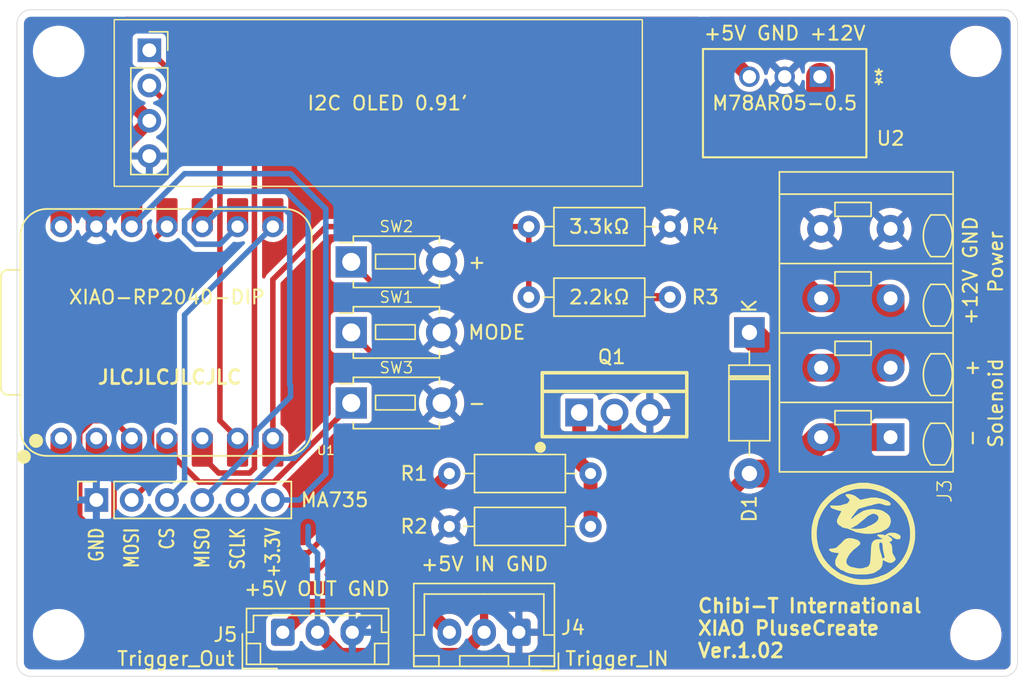
<source format=kicad_pcb>
(kicad_pcb (version 20240108) (generator "pcbnew") (generator_version "8.0")
  (title_block (title "XIAO PluseCreate PCB") (date "2025-02-11") (rev "1.02") (company "Chibi-T International") (comment 1 "Tomohiro Kusu"))
  (layers (0 "F.Cu" signal) (31 "B.Cu" signal) (34 "B.Paste" user) (35 "F.Paste" user) (36 "B.SilkS" user "B.Silkscreen") (37 "F.SilkS" user "F.Silkscreen") (38 "B.Mask" user) (39 "F.Mask" user) (44 "Edge.Cuts" user))
  (net 0 "")
  (net 1 "/-")
  (net 2 "+12V")
  (net 3 "SCLK")
  (net 4 "MOSI")
  (net 5 "+3.3V")
  (net 6 "CS")
  (net 7 "GND")
  (net 8 "MISO")
  (net 9 "SDA")
  (net 10 "SCL")
  (net 11 "+5V")
  (net 12 "Trigger_IN")
  (net 13 "Pulse_Out")
  (net 14 "Net-(Q1-G)")
  (net 15 "ModeButton")
  (net 16 "+button")
  (net 17 "-button")
  (net 18 "VBUS")
  (net 19 "Net-(J4-Pin_2)")
  (footprint "Resistor_THT:R_Axial_DIN0207_L6.3mm_D2.5mm_P10.16mm_Horizontal" (layer "F.Cu") (at 176.99 102.695 180)
    (property "Reference" "R3" (at -2.54 0 360) (layer "F.SilkS"))
    (property "Value" "2.2kΩ" (at 5.08 0 360) (layer "F.SilkS"))
    (pad "1" thru_hole circle (at 0 0 180) (size 1.6 1.6) (drill 0.8) (layers "*.Cu" "*.Mask") (net 19 "Net-(J4-Pin_2)"))
    (pad "2" thru_hole oval (at 10.16 0 180) (size 1.6 1.6) (drill 0.8) (layers "*.Cu" "*.Mask") (net 12 "Trigger_IN"))
  )
  (footprint "ML-950:ML-950-4P" (layer "F.Cu") (at 192.865 112.775 90)
    (property "Reference" "J3" (at -3.89 3.89 90) (layer "F.SilkS") (effects (font (thickness 0.1))))
    (property "Value" "Power/Solenoid" (hide yes))
    (pad "1" thru_hole circle (at 0 -5 90) (size 2 2) (drill 1) (layers "*.Cu" "*.Mask") (net 1 "/-"))
    (pad "1" thru_hole rect (at 0 0 90) (size 2 2) (drill 1) (layers "*.Cu" "*.Mask") (net 1 "/-"))
    (pad "2" thru_hole circle (at 5 -5 90) (size 2 2) (drill 1) (layers "*.Cu" "*.Mask") (net 2 "+12V"))
    (pad "2" thru_hole circle (at 5 0 90) (size 2 2) (drill 1) (layers "*.Cu" "*.Mask") (net 2 "+12V"))
    (pad "3" thru_hole circle (at 10 -5 90) (size 2 2) (drill 1) (layers "*.Cu" "*.Mask") (net 2 "+12V"))
    (pad "3" thru_hole circle (at 10 0 90) (size 2 2) (drill 1) (layers "*.Cu" "*.Mask") (net 2 "+12V"))
    (pad "4" thru_hole circle (at 15 -5 90) (size 2 2) (drill 1) (layers "*.Cu" "*.Mask") (net 7 "GND"))
    (pad "4" thru_hole circle (at 15 0 90) (size 2 2) (drill 1) (layers "*.Cu" "*.Mask") (net 7 "GND"))
  )
  (footprint "Button_Switch_THT:SW_PUSH_1P1T_6x3.5mm_H4.3_APEM_MJTP1243" (layer "F.Cu") (at 154.055 100.155)
    (property "Reference" "SW2" (at 3.25 -2.54 0) (layer "F.SilkS") (effects (font (size 0.8 0.8) (thickness 0.1))))
    (property "Value" "+" (at 8.33 0 0) (layer "F.SilkS") (effects (justify left)))
    (pad "1" thru_hole rect (at 0 0 90) (size 2.25 2.25) (drill 1.3) (layers "*.Cu" "*.Mask") (net 16 "+button"))
    (pad "2" thru_hole circle (at 6.5 0 90) (size 2.25 2.25) (drill 1.3) (layers "*.Cu" "*.Mask") (net 7 "GND"))
  )
  (footprint "Connector_PinSocket_2.54mm:PinSocket_1x04_P2.54mm_Vertical" (layer "F.Cu") (at 139.525 84.915)
    (property "Reference" "J2")
    (property "Value" "I2C OLED 0.91'" (at 17.145 3.81 0) (layer "F.SilkS"))
    (pad "1" thru_hole rect (at 0 0) (size 1.7 1.7) (drill 1) (layers "*.Cu" "*.Mask") (net 9 "SDA"))
    (pad "2" thru_hole oval (at 0 2.54) (size 1.7 1.7) (drill 1) (layers "*.Cu" "*.Mask") (net 10 "SCL"))
    (pad "3" thru_hole oval (at 0 5.08) (size 1.7 1.7) (drill 1) (layers "*.Cu" "*.Mask") (net 11 "+5V"))
    (pad "4" thru_hole oval (at 0 7.62) (size 1.7 1.7) (drill 1) (layers "*.Cu" "*.Mask") (net 7 "GND"))
  )
  (footprint "Resistor_THT:R_Axial_DIN0207_L6.3mm_D2.5mm_P10.16mm_Horizontal" (layer "F.Cu") (at 161.115 115.395)
    (property "Reference" "R1" (at -2.54 0 0) (layer "F.SilkS"))
    (property "Value" "100Ω" (hide yes))
    (pad "1" thru_hole circle (at 0 0) (size 1.6 1.6) (drill 0.8) (layers "*.Cu" "*.Mask") (net 13 "Pulse_Out"))
    (pad "2" thru_hole oval (at 10.16 0) (size 1.6 1.6) (drill 0.8) (layers "*.Cu" "*.Mask") (net 14 "Net-(Q1-G)"))
  )
  (footprint "Button_Switch_THT:SW_PUSH_1P1T_6x3.5mm_H4.3_APEM_MJTP1243" (layer "F.Cu") (at 154.055 105.235)
    (property "Reference" "SW1" (at 3.25 -2.54 0) (layer "F.SilkS") (effects (font (size 0.8 0.8) (thickness 0.1))))
    (property "Value" "MODE" (at 8.33 0 0) (layer "F.SilkS") (effects (justify left)))
    (pad "1" thru_hole rect (at 0 0 90) (size 2.25 2.25) (drill 1.3) (layers "*.Cu" "*.Mask") (net 15 "ModeButton"))
    (pad "2" thru_hole circle (at 6.5 0 90) (size 2.25 2.25) (drill 1.3) (layers "*.Cu" "*.Mask") (net 7 "GND"))
  )
  (footprint "Diode_THT:D_DO-41_SOD81_P10.16mm_Horizontal" (layer "F.Cu") (at 182.705 105.235 -90)
    (property "Reference" "D1" (at 12.7 0 90) (layer "F.SilkS"))
    (property "Value" "1N4007")
    (fp_text user "K" (at -1.905 0 90) (layer "F.SilkS"))
    (pad "1" thru_hole rect (at 0 0 270) (size 2.2 2.2) (drill 1.1) (layers "*.Cu" "*.Mask") (net 2 "+12V"))
    (pad "2" thru_hole oval (at 10.16 0 270) (size 2.2 2.2) (drill 1.1) (layers "*.Cu" "*.Mask") (net 1 "/-"))
  )
  (footprint "Resistor_THT:R_Axial_DIN0207_L6.3mm_D2.5mm_P10.16mm_Horizontal" (layer "F.Cu") (at 161.115 119.205)
    (property "Reference" "R2" (at -2.54 0 0) (layer "F.SilkS"))
    (property "Value" "10kΩ" (hide yes))
    (pad "1" thru_hole circle (at 0 0) (size 1.6 1.6) (drill 0.8) (layers "*.Cu" "*.Mask") (net 7 "GND"))
    (pad "2" thru_hole oval (at 10.16 0) (size 1.6 1.6) (drill 0.8) (layers "*.Cu" "*.Mask") (net 14 "Net-(Q1-G)"))
  )
  (footprint "Button_Switch_THT:SW_PUSH_1P1T_6x3.5mm_H4.3_APEM_MJTP1243" (layer "F.Cu") (at 154.055 110.315)
    (property "Reference" "SW3" (at 3.25 -2.54 0) (layer "F.SilkS") (effects (font (size 0.8 0.8) (thickness 0.1))))
    (property "Value" "-" (at 8.33 0 0) (layer "F.SilkS") (effects (justify left)))
    (pad "1" thru_hole rect (at 0 0 90) (size 2.25 2.25) (drill 1.3) (layers "*.Cu" "*.Mask") (net 17 "-button"))
    (pad "2" thru_hole circle (at 6.5 0 90) (size 2.25 2.25) (drill 1.3) (layers "*.Cu" "*.Mask") (net 7 "GND"))
  )
  (footprint "Seeed Studio XIAO Series Library:XIAO-RP2040-DIP" (layer "F.Cu") (at 140.795 105.235 90)
    (property "Reference" "U1" (at -8.5 11.43 0) (layer "F.SilkS") (effects (font (size 0.635 0.635) (thickness 0.1016))))
    (property "Value" "XIAO-RP2040-DIP" (at 2.54 0 0) (layer "F.SilkS"))
    (pad "1" smd roundrect (at -8.455 -7.62 270) (size 2.432 1.524) (layers "F.Cu" "F.Mask") (roundrect_rratio 0.1) (net 13 "Pulse_Out"))
    (pad "1" thru_hole circle (at -7.62 -7.62 270) (size 1.524 1.524) (drill 0.889) (layers "*.Cu" "*.Mask") (net 13 "Pulse_Out"))
    (pad "2" smd roundrect (at -8.455 -5.08 270) (size 2.432 1.524) (layers "F.Cu" "F.Mask") (roundrect_rratio 0.1) (net 15 "ModeButton"))
    (pad "2" thru_hole circle (at -7.62 -5.08 270) (size 1.524 1.524) (drill 0.889) (layers "*.Cu" "*.Mask") (net 15 "ModeButton"))
    (pad "3" smd roundrect (at -8.455 -2.54 270) (size 2.432 1.524) (layers "F.Cu" "F.Mask") (roundrect_rratio 0.1) (net 16 "+button"))
    (pad "3" thru_hole circle (at -7.62 -2.54 270) (size 1.524 1.524) (drill 0.889) (layers "*.Cu" "*.Mask") (net 16 "+button"))
    (pad "4" smd roundrect (at -8.455 0 270) (size 2.432 1.524) (layers "F.Cu" "F.Mask") (roundrect_rratio 0.1) (net 17 "-button"))
    (pad "4" thru_hole circle (at -7.62 0 270) (size 1.524 1.524) (drill 0.889) (layers "*.Cu" "*.Mask") (net 17 "-button"))
    (pad "5" smd roundrect (at -8.455 2.54 270) (size 2.432 1.524) (layers "F.Cu" "F.Mask") (roundrect_rratio 0.1) (net 9 "SDA"))
    (pad "5" thru_hole circle (at -7.62 2.54 270) (size 1.524 1.524) (drill 0.889) (layers "*.Cu" "*.Mask") (net 9 "SDA"))
    (pad "6" smd roundrect (at -8.455 5.08 270) (size 2.432 1.524) (layers "F.Cu" "F.Mask") (roundrect_rratio 0.1) (net 10 "SCL"))
    (pad "6" thru_hole circle (at -7.62 5.08 270) (size 1.524 1.524) (drill 0.889) (layers "*.Cu" "*.Mask") (net 10 "SCL"))
    (pad "7" smd roundrect (at -8.455 7.62 270) (size 2.432 1.524) (layers "F.Cu" "F.Mask") (roundrect_rratio 0.1) (net 12 "Trigger_IN"))
    (pad "7" thru_hole circle (at -7.62 7.62 270) (size 1.524 1.524) (drill 0.889) (layers "*.Cu" "*.Mask") (net 12 "Trigger_IN"))
    (pad "8" thru_hole circle (at 7.62 7.62 90) (size 1.524 1.524) (drill 0.889) (layers "*.Cu" "*.Mask") (net 6 "CS"))
    (pad "8" smd roundrect (at 8.455 7.62 90) (size 2.432 1.524) (layers "F.Cu" "F.Mask") (roundrect_rratio 0.1) (net 6 "CS"))
    (pad "9" thru_hole circle (at 7.62 5.08 90) (size 1.524 1.524) (drill 0.889) (layers "*.Cu" "*.Mask") (net 3 "SCLK"))
    (pad "9" smd roundrect (at 8.455 5.08 90) (size 2.432 1.524) (layers "F.Cu" "F.Mask") (roundrect_rratio 0.1) (net 3 "SCLK"))
    (pad "10" thru_hole circle (at 7.62 2.54 90) (size 1.524 1.524) (drill 0.889) (layers "*.Cu" "*.Mask") (net 8 "MISO"))
    (pad "10" smd roundrect (at 8.455 2.54 90) (size 2.432 1.524) (layers "F.Cu" "F.Mask") (roundrect_rratio 0.1) (net 8 "MISO"))
    (pad "11" thru_hole circle (at 7.62 0 90) (size 1.524 1.524) (drill 0.889) (layers "*.Cu" "*.Mask") (net 4 "MOSI"))
    (pad "11" smd roundrect (at 8.455 0 90) (size 2.432 1.524) (layers "F.Cu" "F.Mask") (roundrect_rratio 0.1) (net 4 "MOSI"))
    (pad "12" thru_hole circle (at 7.62 -2.54 90) (size 1.524 1.524) (drill 0.889) (layers "*.Cu" "*.Mask") (net 5 "+3.3V"))
    (pad "12" smd roundrect (at 8.455 -2.54 90) (size 2.432 1.524) (layers "F.Cu" "F.Mask") (roundrect_rratio 0.1) (net 5 "+3.3V"))
    (pad "13" thru_hole circle (at 7.62 -5.08 90) (size 1.524 1.524) (drill 0.889) (layers "*.Cu" "*.Mask") (net 7 "GND"))
    (pad "13" smd roundrect (at 8.455 -5.08 90) (size 2.432 1.524) (layers "F.Cu" "F.Mask") (roundrect_rratio 0.1) (net 7 "GND"))
    (pad "14" thru_hole circle (at 7.62 -7.62 90) (size 1.524 1.524) (drill 0.889) (layers "*.Cu" "*.Mask") (net 11 "+5V"))
    (pad "14" smd roundrect (at 8.455 -7.62 90) (size 2.432 1.524) (layers "F.Cu" "F.Mask") (roundrect_rratio 0.1) (net 11 "+5V"))
  )
  (footprint "logos:Chibi-T" (layer "F.Cu") (at 190.96 119.84)
    (property "Reference" "G***" (hide yes))
    (property "Value" "LOGO" (hide yes))
  )
  (footprint "MountingHole:MountingHole_3.2mm_M3" (layer "F.Cu") (at 133 85)
    (property "Reference" "MH1" (hide yes))
    (property "Value" "MountingHole_3.2mm_M3" (hide yes))
    (pad "" np_thru_hole circle (at 0 0) (size 3.2 3.2) (drill 3.2) (layers "*.Cu" "*.Mask"))
  )
  (footprint "MountingHole:MountingHole_3.2mm_M3" (layer "F.Cu") (at 133 127)
    (property "Reference" "MH1" (hide yes))
    (property "Value" "MountingHole_3.2mm_M3" (hide yes))
    (pad "" np_thru_hole circle (at 0 0) (size 3.2 3.2) (drill 3.2) (layers "*.Cu" "*.Mask"))
  )
  (footprint "2SK2232:TO-220F-3_L10.2-W4.7-P2.54-L" (layer "F.Cu") (at 173 111)
    (property "Reference" "Q1" (at -0.205258 -4 0) (layer "F.SilkS"))
    (property "Value" "2SK2232")
    (pad "1" thru_hole rect (at -2.54 0) (size 2 2) (drill 1.2) (layers "*.Cu" "*.Mask") (net 14 "Net-(Q1-G)"))
    (pad "2" thru_hole circle (at 0 0) (size 2 2) (drill 1.2) (layers "*.Cu" "*.Mask") (net 1 "/-"))
    (pad "3" thru_hole circle (at 2.54 0) (size 2 2) (drill 1.2) (layers "*.Cu" "*.Mask") (net 7 "GND"))
  )
  (footprint "Connector_PinSocket_2.54mm:PinSocket_1x06_P2.54mm_Vertical" (layer "F.Cu") (at 135.715 117.3 90)
    (property "Reference" "J1")
    (property "Value" "MA735" (at 0 17.145 180) (layer "F.SilkS"))
    (pad "1" thru_hole rect (at 0 0 90) (size 1.7 1.7) (drill 1) (layers "*.Cu" "*.Mask") (net 7 "GND"))
    (pad "2" thru_hole oval (at 0 2.54 90) (size 1.7 1.7) (drill 1) (layers "*.Cu" "*.Mask") (net 4 "MOSI"))
    (pad "3" thru_hole oval (at 0 5.08 90) (size 1.7 1.7) (drill 1) (layers "*.Cu" "*.Mask") (net 6 "CS"))
    (pad "4" thru_hole oval (at 0 7.62 90) (size 1.7 1.7) (drill 1) (layers "*.Cu" "*.Mask") (net 8 "MISO"))
    (pad "5" thru_hole oval (at 0 10.16 90) (size 1.7 1.7) (drill 1) (layers "*.Cu" "*.Mask") (net 3 "SCLK"))
    (pad "6" thru_hole oval (at 0 12.7 90) (size 1.7 1.7) (drill 1) (layers "*.Cu" "*.Mask") (net 5 "+3.3V"))
  )
  (footprint "Connector_JST:JST_XH_B3B-XH-A_1x03_P2.50mm_Vertical" (layer "F.Cu") (at 166.115 126.825 180)
    (property "Reference" "J4")
    (property "Value" "Trigger_IN" (at -7.065 -1.905 0) (layer "F.SilkS"))
    (fp_text user "${REFERENCE}" (at -3.89 0.325 0) (layer "F.SilkS"))
    (pad "1" thru_hole roundrect (at 0 0 180) (size 1.7 1.95) (drill 0.95) (layers "*.Cu" "*.Mask") (roundrect_rratio 0.147059) (net 7 "GND"))
    (pad "2" thru_hole oval (at 2.5 0 180) (size 1.7 1.95) (drill 0.95) (layers "*.Cu" "*.Mask") (net 19 "Net-(J4-Pin_2)"))
    (pad "3" thru_hole oval (at 5 0 180) (size 1.7 1.95) (drill 0.95) (layers "*.Cu" "*.Mask") (net 18 "VBUS"))
  )
  (footprint "MountingHole:MountingHole_3.2mm_M3" (layer "F.Cu") (at 199 127)
    (property "Reference" "MH1" (hide yes))
    (property "Value" "MountingHole_3.2mm_M3" (hide yes))
    (pad "" np_thru_hole circle (at 0 0) (size 3.2 3.2) (drill 3.2) (layers "*.Cu" "*.Mask"))
  )
  (footprint "footprints:SIP3_M78AR-0.5_MIN" (layer "F.Cu") (at 187.785 86.825 180)
    (property "Reference" "U2" (at -5.08 -4.44 0) (layer "F.SilkS"))
    (property "Value" "M78AR05-0.5" (at 2.54 -1.9 0) (layer "F.SilkS"))
    (fp_text user "*" (at -4.2291 0 0) (layer "F.SilkS"))
    (fp_text user "*" (at -4.2291 0 180) (layer "F.SilkS"))
    (pad "1" thru_hole rect (at 0 0 180) (size 1.4732 1.4732) (drill 0.9652) (layers "*.Cu" "*.Mask") (net 2 "+12V"))
    (pad "2" thru_hole circle (at 2.54 0 180) (size 1.4732 1.4732) (drill 0.9652) (layers "*.Cu" "*.Mask") (net 7 "GND"))
    (pad "3" thru_hole circle (at 5.08 0 180) (size 1.4732 1.4732) (drill 0.9652) (layers "*.Cu" "*.Mask") (net 11 "+5V"))
  )
  (footprint "Connector_JST:JST_EH_B3B-EH-A_1x03_P2.50mm_Vertical" (layer "F.Cu") (at 149.13 126.825)
    (property "Reference" "J5" (at -4.13 0.175 0) (layer "F.SilkS"))
    (property "Value" "Trigger_Out" (at -7.7 1.905 0) (layer "F.SilkS"))
    (pad "1" thru_hole roundrect (at 0 0) (size 1.7 1.95) (drill 0.95) (layers "*.Cu" "*.Mask") (roundrect_rratio 0.147059) (net 18 "VBUS"))
    (pad "2" thru_hole oval (at 2.5 0) (size 1.7 1.95) (drill 0.95) (layers "*.Cu" "*.Mask") (net 19 "Net-(J4-Pin_2)"))
    (pad "3" thru_hole oval (at 5 0) (size 1.7 1.95) (drill 0.95) (layers "*.Cu" "*.Mask") (net 7 "GND"))
  )
  (footprint "Resistor_THT:R_Axial_DIN0207_L6.3mm_D2.5mm_P10.16mm_Horizontal" (layer "F.Cu") (at 176.99 97.615 180)
    (property "Reference" "R4" (at -2.54 0 360) (layer "F.SilkS"))
    (property "Value" "3.3kΩ" (at 5.08 0 360) (layer "F.SilkS"))
    (pad "1" thru_hole circle (at 0 0 180) (size 1.6 1.6) (drill 0.8) (layers "*.Cu" "*.Mask") (net 7 "GND"))
    (pad "2" thru_hole oval (at 10.16 0 180) (size 1.6 1.6) (drill 0.8) (layers "*.Cu" "*.Mask") (net 12 "Trigger_IN"))
  )
  (footprint "MountingHole:MountingHole_3.2mm_M3" (layer "F.Cu") (at 199 85)
    (property "Reference" "MH1" (hide yes))
    (property "Value" "MountingHole_3.2mm_M3" (hide yes))
    (pad "" np_thru_hole circle (at 0 0) (size 3.2 3.2) (drill 3.2) (layers "*.Cu" "*.Mask"))
  )
  (gr_rect (start 137 82.715) (end 175 94.715) (stroke (width 0.1)) (fill none) (layer "F.SilkS"))
  (gr_arc (start 130 83) (mid 130.292893 82.292893) (end 131 82) (stroke (width 0.05)) (layer "Edge.Cuts"))
  (gr_arc (start 201 82) (mid 201.707107 82.292893) (end 202 83) (stroke (width 0.05)) (layer "Edge.Cuts"))
  (gr_arc (start 131 130) (mid 130.292893 129.707107) (end 130 129) (stroke (width 0.05)) (layer "Edge.Cuts"))
  (gr_line (start 202 83) (end 202 129) (stroke (width 0.05)) (layer "Edge.Cuts"))
  (gr_line (start 201 130) (end 131 130) (stroke (width 0.05)) (layer "Edge.Cuts"))
  (gr_arc (start 202 129) (mid 201.707107 129.707107) (end 201 130) (stroke (width 0.05)) (layer "Edge.Cuts"))
  (gr_line (start 130 129) (end 130 83) (stroke (width 0.05)) (layer "Edge.Cuts"))
  (gr_line (start 131 82) (end 201 82) (stroke (width 0.05)) (layer "Edge.Cuts"))
  (gr_text "+5V OUT GND" (at 151.59 124.285 0) (layer "F.SilkS") (effects (font (size 1 1)) (justify bottom)))
  (gr_text "+12V GND" (at 198.025 100.79 90) (layer "F.SilkS") (effects (font (size 1 1)) (justify top)))
  (gr_text "SCLK" (at 145.875 119.205 90) (layer "F.SilkS") (effects (font (size 1 0.8)) (justify right)))
  (gr_text "Chibi-T International\nXIAO PluseCreate\nVer.1.02\n" (at 178.895 128.73 0) (layer "F.SilkS") (effects (font (size 1 1) (thickness 0.2) (bold yes)) (justify left bottom)))
  (gr_text "GND" (at 135.715 119.205 90) (layer "F.SilkS") (effects (font (size 1 0.8)) (justify right)))
  (gr_text "JLCJLCJLCJLC" (at 135.715 109.045 0) (layer "F.SilkS") (effects (font (size 1 1) (thickness 0.2) (bold yes)) (justify left bottom)))
  (gr_text "Solenoid" (at 199.85 110.315 90) (layer "F.SilkS") (effects (font (size 1 1)) (justify top)))
  (gr_text "+5V GND +12V" (at 185.245 84.28 0) (layer "F.SilkS") (effects (font (size 1 1)) (justify bottom)))
  (gr_text "-     +" (at 199.295 110.315 90) (layer "F.SilkS") (effects (font (size 1 1)) (justify bottom)))
  (gr_text "CS" (at 140.795 119.205 90) (layer "F.SilkS") (effects (font (size 1 0.8)) (justify right)))
  (gr_text "MISO" (at 143.335 119.205 90) (layer "F.SilkS") (effects (font (size 1 0.8)) (justify right)))
  (gr_text "MOSI" (at 138.255 119.205 90) (layer "F.SilkS") (effects (font (size 1 0.8)) (justify right)))
  (gr_text "Power" (at 199.85 100.155 90) (layer "F.SilkS") (effects (font (size 1 1)) (justify top)))
  (gr_text "+5V IN GND" (at 163.655 122.5 0) (layer "F.SilkS") (effects (font (size 1 1)) (justify bottom)))
  (gr_text "+3.3V" (at 148.415 119.205 90) (layer "F.SilkS") (effects (font (size 1 0.8)) (justify right)))
  (segment (start 187.865 112.775) (end 192.865 112.775) (width 2) (layer "F.Cu") (net 1))
  (segment (start 175.72 117.935) (end 173 115.215) (width 1) (layer "F.Cu") (net 1))
  (segment (start 180.165 117.935) (end 175.72 117.935) (width 1) (layer "F.Cu") (net 1))
  (segment (start 185.245 115.395) (end 187.865 112.775) (width 2) (layer "F.Cu") (net 1))
  (segment (start 182.705 115.395) (end 180.165 117.935) (width 1) (layer "F.Cu") (net 1))
  (segment (start 182.705 115.395) (end 185.245 115.395) (width 2) (layer "F.Cu") (net 1))
  (segment (start 173 115.215) (end 173 111) (width 1) (layer "F.Cu") (net 1))
  (segment (start 192.865 107.775) (end 187.865 107.775) (width 2) (layer "F.Cu") (net 2))
  (segment (start 187.865 107.775) (end 185.245 107.775) (width 2) (layer "F.Cu") (net 2))
  (segment (start 187.785 89.995) (end 183.975 93.805) (width 2) (layer "F.Cu") (net 2))
  (segment (start 183.975 93.805) (end 183.975 99.52) (width 2) (layer "F.Cu") (net 2))
  (segment (start 187.865 102.775) (end 192.865 102.775) (width 2) (layer "F.Cu") (net 2))
  (segment (start 192.865 102.775) (end 192.865 107.775) (width 2) (layer "F.Cu") (net 2))
  (segment (start 183.975 99.52) (end 187.23 102.775) (width 2) (layer "F.Cu") (net 2))
  (segment (start 187.785 86.825) (end 187.785 89.995) (width 2) (layer "F.Cu") (net 2))
  (segment (start 187.23 102.775) (end 187.865 102.775) (width 2) (layer "F.Cu") (net 2))
  (segment (start 185.245 107.775) (end 182.705 105.235) (width 2) (layer "F.Cu") (net 2))
  (segment (start 149.941054 114.298) (end 150.955 113.284054) (width 0.4) (layer "B.Cu") (net 3))
  (segment (start 149.3675 95.075) (end 144.157579 95.075) (width 0.4) (layer "B.Cu") (net 3))
  (segment (start 150.955 96.6625) (end 149.3675 95.075) (width 0.4) (layer "B.Cu") (net 3))
  (segment (start 144.157579 95.075) (end 142.065 97.167579) (width 0.4) (layer "B.Cu") (net 3))
  (segment (start 142.065 97.167579) (end 142.065 98.062421) (width 0.4) (layer "B.Cu") (net 3))
  (segment (start 142.887579 98.885) (end 144.605 98.885) (width 0.4) (layer "B.Cu") (net 3))
  (segment (start 144.605 98.885) (end 145.875 97.615) (width 0.4) (layer "B.Cu") (net 3))
  (segment (start 150.955 113.284054) (end 150.955 96.6625) (width 0.4) (layer "B.Cu") (net 3))
  (segment (start 142.065 98.062421) (end 142.887579 98.885) (width 0.4) (layer "B.Cu") (net 3))
  (segment (start 145.875 117.3) (end 148.877 114.298) (width 0.4) (layer "B.Cu") (net 3))
  (segment (start 148.877 114.298) (end 149.941054 114.298) (width 0.4) (layer "B.Cu") (net 3))
  (segment (start 139.6806 115.8744) (end 138.255 117.3) (width 0.4) (layer "F.Cu") (net 4))
  (segment (start 139.6806 98.7294) (end 139.6806 115.8744) (width 0.4) (layer "F.Cu") (net 4))
  (segment (start 140.795 97.615) (end 139.6806 98.7294) (width 0.4) (layer "F.Cu") (net 4))
  (segment (start 138.255 97.615) (end 142.065 93.805) (width 0.4) (layer "B.Cu") (net 5))
  (segment (start 142.065 93.805) (end 149.685 93.805) (width 0.4) (layer "B.Cu") (net 5))
  (segment (start 152.225 115.395) (end 150.32 117.3) (width 0.4) (layer "B.Cu") (net 5))
  (segment (start 150.32 117.3) (end 148.415 117.3) (width 0.4) (layer "B.Cu") (net 5))
  (segment (start 149.685 93.805) (end 152.225 96.345) (width 0.4) (layer "B.Cu") (net 5))
  (segment (start 152.225 96.345) (end 152.225 115.395) (width 0.4) (layer "B.Cu") (net 5))
  (segment (start 142.065 116.03) (end 140.795 117.3) (width 0.4) (layer "B.Cu") (net 6))
  (segment (start 148.415 97.615) (end 142.065 103.965) (width 0.4) (layer "B.Cu") (net 6))
  (segment (start 142.065 103.965) (end 142.065 116.03) (width 0.4) (layer "B.Cu") (net 6))
  (segment (start 162.94 123.65) (end 166.115 126.825) (width 1) (layer "B.Cu") (net 7))
  (segment (start 157.305 123.65) (end 162.94 123.65) (width 1) (layer "B.Cu") (net 7))
  (segment (start 154.13 126.825) (end 157.305 123.65) (width 1) (layer "B.Cu") (net 7))
  (segment (start 147.2006 113.4344) (end 143.335 117.3) (width 0.4) (layer "B.Cu") (net 8))
  (segment (start 149.6294 108.9894) (end 149.685 109.045) (width 0.4) (layer "B.Cu") (net 8))
  (segment (start 147.2006 112.351979) (end 147.2006 113.4344) (width 0.4) (layer "B.Cu") (net 8))
  (segment (start 144.605 96.345) (end 149.255946 96.345) (width 0.4) (layer "B.Cu") (net 8))
  (segment (start 149.6294 96.718454) (end 149.6294 108.9894) (width 0.4) (layer "B.Cu") (net 8))
  (segment (start 149.685 109.045) (end 149.685 109.867579) (width 0.4) (layer "B.Cu") (net 8))
  (segment (start 149.685 109.867579) (end 147.2006 112.351979) (width 0.4) (layer "B.Cu") (net 8))
  (segment (start 149.255946 96.345) (end 149.6294 96.718454) (width 0.4) (layer "B.Cu") (net 8))
  (segment (start 143.335 97.615) (end 144.605 96.345) (width 0.4) (layer "B.Cu") (net 8))
  (segment (start 144.5128 115.3584) (end 143.335 114.1806) (width 0.4) (layer "F.Cu") (net 9))
  (segment (start 139.525 84.915) (end 147.0894 92.4794) (width 0.4) (layer "F.Cu") (net 9))
  (segment (start 147.0894 92.4794) (end 147.0894 115.008338) (width 0.4) (layer "F.Cu") (net 9))
  (segment (start 146.739338 115.3584) (end 144.5128 115.3584) (width 0.4) (layer "F.Cu") (net 9))
  (segment (start 143.335 114.1806) (end 143.335 112.855) (width 0.4) (layer "F.Cu") (net 9))
  (segment (start 147.0894 115.008338) (end 146.739338 115.3584) (width 0.4) (layer "F.Cu") (net 9))
  (segment (start 139.525 87.455) (end 144.605 92.535) (width 0.4) (layer "F.Cu") (net 10))
  (segment (start 144.605 92.535) (end 144.605 111.585) (width 0.4) (layer "F.Cu") (net 10))
  (segment (start 144.605 111.585) (end 145.875 112.855) (width 0.4) (layer "F.Cu") (net 10))
  (segment (start 139.525 89.995) (end 133.175 96.345) (width 1) (layer "F.Cu") (net 11))
  (segment (start 133.175 96.345) (end 133.175 97.615) (width 1) (layer "F.Cu") (net 11))
  (segment (start 137.9475 83) (end 178.88 83) (width 1) (layer "F.Cu") (net 11))
  (segment (start 136.35 86.82) (end 136.35 84.5975) (width 1) (layer "F.Cu") (net 11))
  (segment (start 139.525 89.995) (end 136.35 86.82) (width 1) (layer "F.Cu") (net 11))
  (segment (start 136.35 84.5975) (end 137.9475 83) (width 1) (layer "F.Cu") (net 11))
  (segment (start 178.88 83) (end 182.705 86.825) (width 1) (layer "F.Cu") (net 11))
  (segment (start 148.415 101.425) (end 152.225 97.615) (width 0.4) (layer "F.Cu") (net 12))
  (segment (start 148.415 112.855) (end 148.415 101.425) (width 0.4) (layer "F.Cu") (net 12))
  (segment (start 166.83 97.615) (end 166.83 102.695) (width 0.4) (layer "F.Cu") (net 12))
  (segment (start 152.225 97.615) (end 166.83 97.615) (width 0.4) (layer "F.Cu") (net 12))
  (segment (start 161.115 115.395) (end 152.86 123.65) (width 1) (layer "F.Cu") (net 13))
  (segment (start 133.175 119.6698) (end 133.175 112.855) (width 1) (layer "F.Cu") (net 13))
  (segment (start 137.1552 123.65) (end 133.175 119.6698) (width 1) (layer "F.Cu") (net 13))
  (segment (start 152.86 123.65) (end 137.1552 123.65) (width 1) (layer "F.Cu") (net 13))
  (segment (start 170.46 114.58) (end 171.275 115.395) (width 1) (layer "F.Cu") (net 14))
  (segment (start 170.46 111) (end 170.46 114.58) (width 1) (layer "F.Cu") (net 14))
  (segment (start 171.275 115.395) (end 171.275 119.205) (width 1) (layer "F.Cu") (net 14))
  (segment (start 135.715 112.855) (end 136.985 114.125) (width 0.4) (layer "F.Cu") (net 15))
  (segment (start 150.955 121.11) (end 157.305 114.76) (width 0.4) (layer "F.Cu") (net 15))
  (segment (start 138.89 121.11) (end 150.955 121.11) (width 0.4) (layer "F.Cu") (net 15))
  (segment (start 157.305 114.76) (end 157.305 108.485) (width 0.4) (layer "F.Cu") (net 15))
  (segment (start 157.305 108.485) (end 154.055 105.235) (width 0.4) (layer "F.Cu") (net 15))
  (segment (start 136.985 114.125) (end 136.985 119.205) (width 0.4) (layer "F.Cu") (net 15))
  (segment (start 136.985 119.205) (end 138.89 121.11) (width 0.4) (layer "F.Cu") (net 15))
  (segment (start 138.3902 122.38) (end 134.5126 118.5024) (width 0.4) (layer "F.Cu") (net 16))
  (segment (start 158.575 104.675) (end 158.575 115.395) (width 0.4) (layer "F.Cu") (net 16))
  (segment (start 134.5126 112.4814) (end 135.409 111.585) (width 0.4) (layer "F.Cu") (net 16))
  (segment (start 154.055 100.155) (end 158.575 104.675) (width 0.4) (layer "F.Cu") (net 16))
  (segment (start 151.59 122.38) (end 138.3902 122.38) (width 0.4) (layer "F.Cu") (net 16))
  (segment (start 158.575 115.395) (end 151.59 122.38) (width 0.4) (layer "F.Cu") (net 16))
  (segment (start 136.985 111.585) (end 138.255 112.855) (width 0.4) (layer "F.Cu") (net 16))
  (segment (start 134.5126 118.5024) (end 134.5126 112.4814) (width 0.4) (layer "F.Cu") (net 16))
  (segment (start 135.409 111.585) (end 136.985 111.585) (width 0.4) (layer "F.Cu") (net 16))
  (segment (start 154.055 110.441318) (end 148.485518 116.0108) (width 0.4) (layer "F.Cu") (net 17))
  (segment (start 140.795 113.69) (end 140.795 112.855) (width 0.4) (layer "F.Cu") (net 17))
  (segment (start 148.485518 116.0108) (end 143.1158 116.0108) (width 0.4) (layer "F.Cu") (net 17))
  (segment (start 143.1158 116.0108) (end 140.795 113.69) (width 0.4) (layer "F.Cu") (net 17))
  (segment (start 154.055 110.315) (end 154.055 110.441318) (width 0.4) (layer "F.Cu") (net 17))
  (segment (start 151.035 124.92) (end 159.21 124.92) (width 1) (layer "F.Cu") (net 18))
  (segment (start 159.21 124.92) (end 161.115 126.825) (width 1) (layer "F.Cu") (net 18))
  (segment (start 149.13 126.825) (end 151.035 124.92) (width 1) (layer "F.Cu") (net 18))
  (segment (start 176.99 102.695) (end 172.545 102.695) (width 0.6) (layer "F.Cu") (net 19))
  (segment (start 163.615 111.625) (end 163.615 126.825) (width 0.6) (layer "F.Cu") (net 19))
  (segment (start 161.9876 128.4524) (end 163.615 126.825) (width 1) (layer "F.Cu") (net 19))
  (segment (start 151.63 126.825) (end 153.2574 128.4524) (width 1) (layer "F.Cu") (net 19))
  (segment (start 172.545 102.695) (end 163.615 111.625) (width 0.6) (layer "F.Cu") (net 19))
  (segment (start 153.2574 128.4524) (end 161.9876 128.4524) (width 1) (layer "F.Cu") (net 19))
  (segment (start 150.955 119.205) (end 150.955 120.475) (width 0.4) (layer "B.Cu") (net 19))
  (segment (start 151.63 121.15) (end 151.63 126.825) (width 0.4) (layer "B.Cu") (net 19))
  (segment (start 150.955 120.475) (end 151.63 121.15) (width 0.4) (layer "B.Cu") (net 19))
  (zone (net 0) (net_name "") (layer "F.Cu") (connect_pads (clearance 0)) (min_thickness 0.25)
    (keepout (tracks allowed) (vias allowed) (pads allowed) (copperpour not_allowed) (footprints allowed))
    (fill (thermal_gap 0.5) (thermal_bridge_width 0.5))
    (polygon (pts (xy 154.13 128.095) (xy 161.115 128.095) (xy 161.115 126.19) (xy 158.575 124.285) (xy 154.13 124.285)))
  )
  (zone (net 0) (net_name "") (layer "F.Cu") (connect_pads (clearance 0)) (min_thickness 0.25)
    (keepout (tracks allowed) (vias allowed) (pads allowed) (copperpour not_allowed) (footprints allowed))
    (fill (thermal_gap 0.5) (thermal_bridge_width 0.5))
    (polygon (pts (xy 140.795 89.0425) (xy 133.81 95.075) (xy 130 95.075) (xy 130 130) (xy 153.495 130) (xy 153.495 126.825) (xy 147.145 120.475) (xy 147.145 92.535)))
  )
  (zone (net 7) (net_name "GND") (layers "F&B.Cu") (connect_pads (clearance 0.35)) (min_thickness 0.254) (fill yes (thermal_gap 0.508) (thermal_bridge_width 0.508))
    (polygon (pts (xy 130.5 129.5) (xy 130.5 82.5) (xy 201.5 82.5) (xy 201.5 129.5)))
  )
)
</source>
